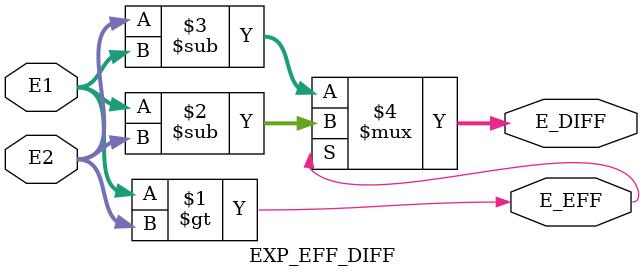
<source format=v>
module EXP_EFF_DIFF(
    input  wire[7:0] E1,
    input  wire[7:0] E2,
    output wire[7:0] E_DIFF,
    output wire      E_EFF
);

assign E_EFF    = E1 > E2;
assign E_DIFF   = E_EFF ? (E1-E2) : (E2-E1);

endmodule
</source>
